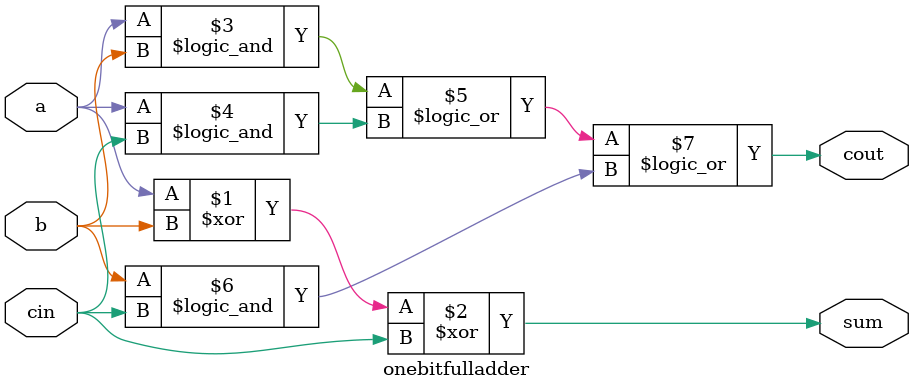
<source format=v>
module onebitfulladder(a,b,cin,sum,cout);
input a,b,cin;
output sum,cout;

assign sum = a^b^cin;
assign cout = (a && b) || (a && cin) || (b && cin);

endmodule
</source>
